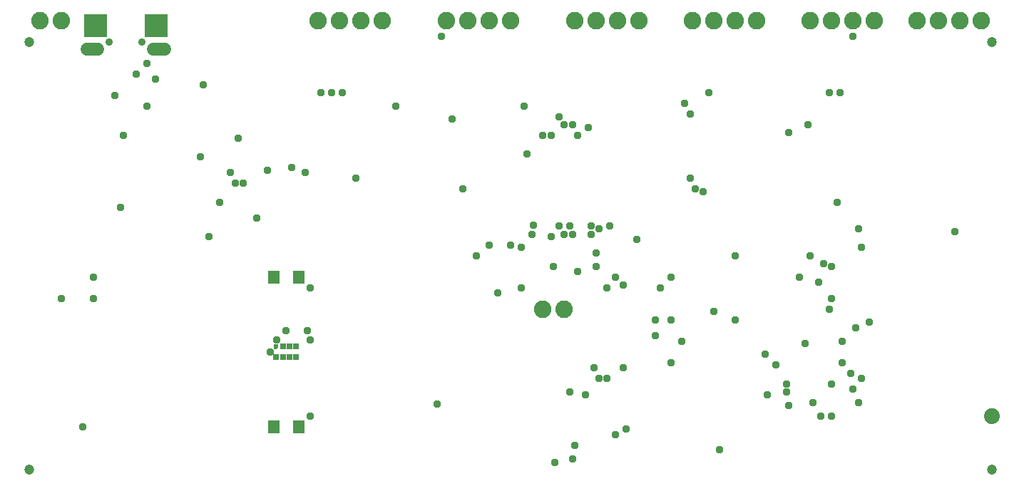
<source format=gbr>
G04 EAGLE Gerber RS-274X export*
G75*
%MOMM*%
%FSLAX34Y34*%
%LPD*%
%INSoldermask Bottom*%
%IPPOS*%
%AMOC8*
5,1,8,0,0,1.08239X$1,22.5*%
G01*
%ADD10C,1.203200*%
%ADD11R,1.403200X1.603200*%
%ADD12C,2.082800*%
%ADD13C,1.879600*%
%ADD14R,0.691200X0.778200*%
%ADD15C,0.903200*%
%ADD16R,2.703200X2.703200*%
%ADD17C,1.511200*%
%ADD18C,0.959600*%

G36*
X318142Y587697D02*
X318142Y587697D01*
X318144Y587696D01*
X320644Y590196D01*
X320644Y590198D01*
X320644Y590199D01*
X320645Y590200D01*
X320645Y593450D01*
X320641Y593455D01*
X320640Y593455D01*
X315760Y593455D01*
X315755Y593451D01*
X315755Y593450D01*
X315755Y587700D01*
X315759Y587695D01*
X315760Y587695D01*
X318140Y587695D01*
X318142Y587697D01*
G37*
D10*
X25400Y952500D03*
X25400Y444500D03*
X1168400Y444500D03*
X1168400Y952500D03*
D11*
X345200Y495300D03*
X315200Y495300D03*
X345200Y673100D03*
X315200Y673100D03*
D12*
X635000Y635000D03*
X660400Y635000D03*
X673100Y977900D03*
X698500Y977900D03*
X723900Y977900D03*
X749300Y977900D03*
X520700Y977900D03*
X546100Y977900D03*
X571500Y977900D03*
X596900Y977900D03*
X812800Y977900D03*
X838200Y977900D03*
X863600Y977900D03*
X889000Y977900D03*
X368300Y977900D03*
X393700Y977900D03*
X419100Y977900D03*
X444500Y977900D03*
X952500Y977900D03*
X977900Y977900D03*
X1003300Y977900D03*
X1028700Y977900D03*
X63500Y977900D03*
X38100Y977900D03*
D13*
X1168400Y508000D03*
D14*
X326200Y590580D03*
X334200Y590580D03*
X342200Y590580D03*
X342200Y577820D03*
X334200Y577820D03*
X326200Y577820D03*
X318200Y577820D03*
D15*
X159200Y952500D03*
X120200Y952500D03*
D16*
X103700Y971500D03*
X175700Y971500D03*
D17*
X172700Y943500D02*
X185780Y943500D01*
X106700Y943500D02*
X93620Y943500D01*
D12*
X1079500Y977900D03*
X1104900Y977900D03*
X1130300Y977900D03*
X1155700Y977900D03*
D18*
X1000125Y558800D03*
X1009650Y523875D03*
X844550Y468313D03*
X412750Y790575D03*
X623888Y735013D03*
X649288Y452438D03*
X352425Y796925D03*
X977900Y647700D03*
X977900Y685800D03*
X952500Y698500D03*
X63500Y647700D03*
X88900Y495300D03*
X330200Y609600D03*
X355600Y609600D03*
X1003300Y539750D03*
X1009650Y730250D03*
X1006475Y612775D03*
X984250Y762000D03*
X644525Y720725D03*
X787400Y622300D03*
X768350Y622300D03*
X825500Y774700D03*
X923925Y536575D03*
X644525Y841375D03*
X1012825Y552450D03*
X1012825Y708025D03*
X863600Y622300D03*
X863600Y698500D03*
X711200Y552450D03*
X733425Y492125D03*
X336550Y803275D03*
X231775Y901700D03*
X279400Y784225D03*
X165100Y927100D03*
X152400Y914400D03*
X295275Y742950D03*
X101600Y673100D03*
X101600Y647700D03*
X136525Y841375D03*
X133350Y755650D03*
X720725Y485775D03*
X711200Y660400D03*
X698500Y685800D03*
X939800Y673100D03*
X1003300Y958850D03*
X720725Y673100D03*
X127000Y889000D03*
X165100Y876300D03*
X571500Y711200D03*
X609600Y660400D03*
X581025Y654050D03*
X174625Y908050D03*
X695325Y565150D03*
X666750Y536575D03*
X669925Y457200D03*
X701675Y552450D03*
X685800Y533400D03*
X673100Y473075D03*
X1022350Y619125D03*
X1123950Y727075D03*
X898525Y581025D03*
X962025Y666750D03*
X911225Y568325D03*
X968375Y688975D03*
X768350Y603250D03*
X730250Y565150D03*
X615950Y819150D03*
X927100Y520700D03*
X901700Y533400D03*
X955675Y523875D03*
X946150Y593725D03*
X990600Y571500D03*
X990600Y596900D03*
X787400Y571500D03*
X800100Y596900D03*
X923925Y546100D03*
X838200Y631825D03*
X977900Y546100D03*
X974725Y635000D03*
X977900Y508000D03*
X965200Y508000D03*
X319088Y598488D03*
X358775Y598488D03*
X311150Y584200D03*
X509588Y522288D03*
X358775Y508000D03*
X358775Y660400D03*
X307975Y800100D03*
X228600Y815975D03*
X269875Y784225D03*
X273050Y838200D03*
X238125Y720725D03*
X263525Y796925D03*
X250825Y762000D03*
X654050Y733425D03*
X654050Y863600D03*
X660400Y723900D03*
X660400Y854075D03*
X666750Y733425D03*
X669925Y854075D03*
X669925Y723900D03*
X676275Y841375D03*
X596900Y711200D03*
X527050Y860425D03*
X746125Y717550D03*
X803275Y879475D03*
X809625Y790575D03*
X809625Y866775D03*
X539750Y777875D03*
X609600Y708025D03*
X692150Y733425D03*
X688975Y850900D03*
X831850Y892175D03*
X701675Y730250D03*
X698500Y701675D03*
X555625Y698500D03*
X371475Y892175D03*
X692150Y723900D03*
X384175Y892175D03*
X714375Y733425D03*
X396875Y892175D03*
X622300Y723900D03*
X647700Y685800D03*
X787400Y673100D03*
X774700Y660400D03*
X676275Y679450D03*
X635000Y841375D03*
X927100Y844550D03*
X974725Y892175D03*
X949325Y854075D03*
X987425Y892175D03*
X612775Y876300D03*
X460375Y876300D03*
X514350Y958850D03*
X730250Y663575D03*
X815975Y777875D03*
M02*

</source>
